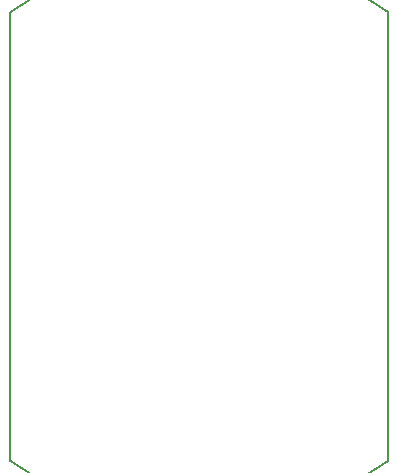
<source format=gbr>
G04 DipTrace 3.2.0.1*
G04 Ãðàíèöûïëàòû.gbr*
%MOMM*%
G04 #@! TF.FileFunction,Profile*
G04 #@! TF.Part,Single*
%ADD11C,0.14*%
%FSLAX35Y35*%
G04*
G71*
G90*
G75*
G01*
G04 BoardOutline*
%LPD*%
X1600000Y1900000D2*
D11*
G03X-1600000Y1900000I-1600000J-2310000D01*
G01*
Y-1900000D1*
G03X1600000Y-1900000I1600000J2310000D01*
G01*
Y-375000D1*
Y900000D1*
Y1900000D1*
M02*

</source>
